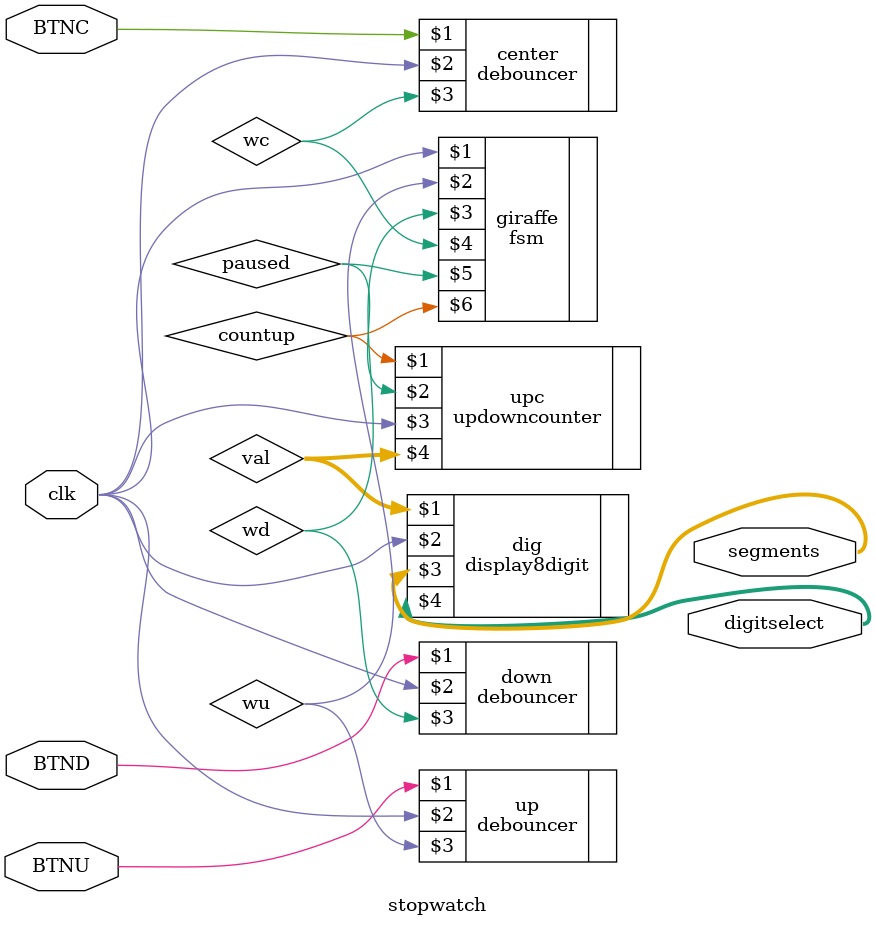
<source format=sv>
`timescale 1ns / 1ps
`default_nettype none

module stopwatch(
    input wire BTNU, BTND, BTNC,
    input wire clk,
    output logic [7:0]segments,
    output logic [7:0]digitselect
    );
    
    wire wu, wd, wc;
    debouncer #(14) up(BTNU, clk, wu);
    debouncer #(14) down(BTND, clk, wd);
    debouncer #(14) center(BTNC, clk, wc);
    
    logic paused, countup;
    fsm giraffe(clk, wu, wd, wc, paused, countup);
    
    logic [31:0] val;
    updowncounter upc(countup, paused, clk, val);
    display8digit dig(val, clk, segments, digitselect);
    
endmodule

</source>
